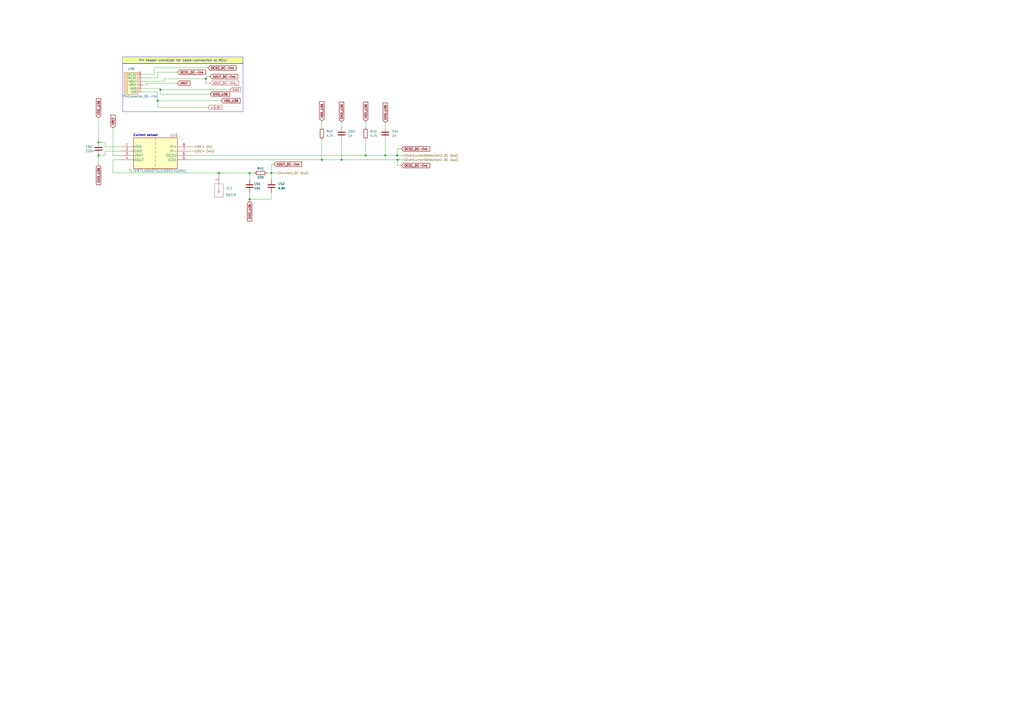
<source format=kicad_sch>
(kicad_sch (version 20231120) (generator "eeschema") (generator_version "8.0")
  (paper "A2")
  (title_block (title "3-phase DC/AC converter with SV-PWM") (date "2023-03-16") (rev "V. 1.1") (comment 1 "Ingrid Hovland") (comment 2 "Eirik Skorve Haugland") (comment 3 "Marius Englund"))
  (lib_symbols
    (symbol "Device:C" (pin_numbers hide) (pin_names (offset 0.254))
      (property "Reference" "C" (at 0.635 2.54 0))
      (property "Value" "C" (at 0.635 -2.54 0))
      (symbol "C_0_1"
        (polyline (pts (xy -2.032 -0.762) (xy 2.032 -0.762)) (stroke (width 0.508)))
        (polyline (pts (xy -2.032 0.762) (xy 2.032 0.762)) (stroke (width 0.508)))
      )
      (symbol "C_1_1"
        (pin passive line (at 0 3.81 270) (length 2.794) (name "~") (number "1"))
        (pin passive line (at 0 -3.81 90) (length 2.794) (name "~") (number "2"))
      )
    )
    (symbol "Device:R" (pin_numbers hide) (pin_names (offset 0))
      (property "Reference" "R" (at 2.032 0 90))
      (property "Value" "R" (at 0 0 90))
      (symbol "R_0_1"
        (rectangle (start -1.016 -2.54) (end 1.016 2.54) (stroke (width 0.254)))
      )
      (symbol "R_1_1"
        (pin passive line (at 0 3.81 270) (length 1.27) (name "~") (number "1"))
        (pin passive line (at 0 -3.81 90) (length 1.27) (name "~") (number "2"))
      )
    )
    (symbol "Keystone-5019:5019" (pin_names (offset 0.254) hide)
      (property "Reference" "J" (at 8.89 6.35 0))
      (property "Value" "5019" (at 10.16 0 0))
      (symbol "5019_1_1"
        (polyline (pts (xy 5.08 -2.54) (xy 12.7 -2.54)) (stroke (width 0.127)))
        (polyline (pts (xy 5.08 2.54) (xy 5.08 -2.54)) (stroke (width 0.127)))
        (polyline (pts (xy 10.16 0) (xy 5.08 0)) (stroke (width 0.127)))
        (polyline (pts (xy 10.16 0) (xy 8.89 -0.8382)) (stroke (width 0.127)))
        (polyline (pts (xy 10.16 0) (xy 8.89 0.8382)) (stroke (width 0.127)))
        (polyline (pts (xy 12.7 -2.54) (xy 12.7 2.54)) (stroke (width 0.127)))
        (polyline (pts (xy 12.7 2.54) (xy 5.08 2.54)) (stroke (width 0.127)))
        (pin unspecified line (at 0 0 0) (length 5.08) (name "1") (number "1"))
      )
    )
    (symbol "Symbolbibliotek_hovedprosjekt:Strømsensor_PinHeaderConnector"
      (property "Reference" "U" (at 7.112 0.508 0))
      (symbol "Strømsensor_PinHeaderConnector_0_1"
        (circle (center -5.08 -5.334) (radius 0.7184))
        (circle (center -3.048 -5.334) (radius 0.7184))
        (circle (center -1.016 -5.334) (radius 0.7184))
        (circle (center 1.016 -5.334) (radius 0.7184))
        (circle (center 3.048 -5.334) (radius 0.7184))
        (circle (center 5.08 -5.334) (radius 0.7184))
      )
      (symbol "Strømsensor_PinHeaderConnector_1_1"
        (rectangle (start -6.35 1.27) (end 6.35 -6.604) (fill (type background)))
        (pin input line (at 5.08 3.81 270) (length 2.54) (name "VDD") (number "1"))
        (pin input line (at 3.048 3.81 270) (length 2.54) (name "GND") (number "2"))
        (pin input line (at 1.016 3.81 270) (length 2.54) (name "VREF") (number "3"))
        (pin input line (at -1.016 3.81 270) (length 2.54) (name "AOUT") (number "4"))
        (pin input line (at -3.048 3.81 270) (length 2.54) (name "OCD1") (number "5"))
        (pin input line (at -5.08 3.81 270) (length 2.54) (name "OCD2") (number "6"))
      )
    )
    (symbol "TLI4971A050T5UE0001XUMA1:TLI4971A050T5UE0001XUMA1" (pin_names (offset 0.254))
      (property "Reference" "U16" (at 10.16 6.35 0))
      (property "Value" "TLI4971A050T5UE0001XUMA1" (at 21.59 -13.97 0))
      (symbol "TLI4971A050T5UE0001XUMA1_0_1"
        (polyline (pts (xy 20.32 -10.16) (xy 20.32 -11.43)))
        (polyline (pts (xy 20.32 -7.62) (xy 20.32 -8.89)))
        (polyline (pts (xy 20.32 -5.08) (xy 20.32 -6.35)))
        (polyline (pts (xy 20.32 -2.54) (xy 20.32 -3.81)))
        (polyline (pts (xy 20.32 0) (xy 20.32 -1.27)))
        (polyline (pts (xy 20.32 2.54) (xy 20.32 1.27)))
        (polyline (pts (xy 20.32 5.08) (xy 20.32 3.81)))
        (rectangle (start 7.62 5.08) (end 33.02 -12.7) (fill (type background)))
      )
      (symbol "TLI4971A050T5UE0001XUMA1_1_1"
        (polyline (pts (xy 7.62 -12.7) (xy 33.02 -12.7)) (stroke (width 0.127)))
        (polyline (pts (xy 7.62 5.08) (xy 7.62 -12.7)) (stroke (width 0.127)))
        (polyline (pts (xy 33.02 -12.7) (xy 33.02 5.08)) (stroke (width 0.127)))
        (polyline (pts (xy 33.02 5.08) (xy 7.62 5.08)) (stroke (width 0.127)))
        (pin unspecified line (at 0 0 0) (length 7.62) (name "VDD") (number "1"))
        (pin unspecified line (at 0 -2.54 0) (length 7.62) (name "GND") (number "2"))
        (pin unspecified line (at 0 -5.08 0) (length 7.62) (name "VREF") (number "3"))
        (pin unspecified line (at 0 -7.62 0) (length 7.62) (name "AOUT") (number "4"))
        (pin unspecified line (at 40.64 -7.62 180) (length 7.62) (name "ICD1") (number "5"))
        (pin unspecified line (at 40.64 -5.08 180) (length 7.62) (name "OCD2") (number "6"))
        (pin unspecified line (at 40.64 -2.54 180) (length 7.62) (name "IP-") (number "7"))
        (pin unspecified line (at 40.64 0 180) (length 7.62) (name "IP+") (number "8"))
      )
    )
  )
  (junction (at 186.69 92.71))
  (junction (at 144.78 100.33))
  (junction (at 119.38 45.72))
  (junction (at 198.12 92.71))
  (junction (at 223.52 90.17))
  (junction (at 157.48 100.33))
  (junction (at 127 100.33))
  (junction (at 57.15 82.55))
  (junction (at 212.09 90.17))
  (junction (at 230.378 90.17))
  (junction (at 57.15 90.17))
  (junction (at 230.632 92.71))
  (junction (at 144.78 115.57))
  (junction (at 92.964 52.07))
  (junction (at 91.44 58.42))
  (wire (pts (xy 157.48 100.33) (xy 157.48 104.14)))
  (wire (pts (xy 119.38 44.45) (xy 119.38 45.72)))
  (wire (pts (xy 144.78 115.57) (xy 144.78 111.76)))
  (wire (pts (xy 60.96 82.55) (xy 60.96 85.09)))
  (wire (pts (xy 186.69 92.71) (xy 198.12 92.71)))
  (wire (pts (xy 92.964 52.07) (xy 133.35 52.07)))
  (wire (pts (xy 230.632 92.71) (xy 230.632 96.012)))
  (wire (pts (xy 223.52 90.17) (xy 230.378 90.17)))
  (wire (pts (xy 85.09 49.276) (xy 85.09 48.26)))
  (wire (pts (xy 82.55 43.18) (xy 89.408 43.18)))
  (wire (pts (xy 82.55 51.308) (xy 92.964 51.308)))
  (wire (pts (xy 110.49 92.71) (xy 186.69 92.71)))
  (wire (pts (xy 57.15 68.326) (xy 57.15 82.55)))
  (wire (pts (xy 85.09 48.26) (xy 102.87 48.26)))
  (wire (pts (xy 57.15 90.17) (xy 60.96 90.17)))
  (wire (pts (xy 65.532 90.17) (xy 69.85 90.17)))
  (wire (pts (xy 110.49 87.63) (xy 113.03 87.63)))
  (wire (pts (xy 65.532 74.168) (xy 65.532 90.17)))
  (wire (pts (xy 144.78 100.33) (xy 144.78 104.14)))
  (wire (pts (xy 95.25 45.72) (xy 95.25 47.244)))
  (wire (pts (xy 230.378 86.36) (xy 230.378 90.17)))
  (wire (pts (xy 91.44 45.212) (xy 91.44 41.91)))
  (wire (pts (xy 119.38 44.45) (xy 121.92 44.45)))
  (wire (pts (xy 127 100.33) (xy 144.78 100.33)))
  (wire (pts (xy 65.532 92.71) (xy 69.85 92.71)))
  (wire (pts (xy 212.09 81.28) (xy 212.09 90.17)))
  (wire (pts (xy 121.92 48.26) (xy 119.38 48.26)))
  (wire (pts (xy 186.69 81.28) (xy 186.69 92.71)))
  (wire (pts (xy 60.96 90.17) (xy 60.96 87.63)))
  (wire (pts (xy 82.55 45.212) (xy 91.44 45.212)))
  (wire (pts (xy 65.532 100.33) (xy 127 100.33)))
  (wire (pts (xy 60.96 87.63) (xy 69.85 87.63)))
  (wire (pts (xy 95.25 45.72) (xy 119.38 45.72)))
  (wire (pts (xy 212.09 70.358) (xy 212.09 73.66)))
  (wire (pts (xy 232.918 96.012) (xy 230.632 96.012)))
  (wire (pts (xy 92.964 54.61) (xy 92.964 52.07)))
  (wire (pts (xy 144.78 100.33) (xy 147.32 100.33)))
  (wire (pts (xy 91.44 62.23) (xy 120.65 62.23)))
  (wire (pts (xy 89.408 43.18) (xy 89.408 39.37)))
  (wire (pts (xy 157.48 115.57) (xy 144.78 115.57)))
  (wire (pts (xy 127 101.6) (xy 127 100.33)))
  (wire (pts (xy 85.09 49.276) (xy 82.55 49.276)))
  (wire (pts (xy 186.69 69.85) (xy 186.69 73.66)))
  (wire (pts (xy 223.52 71.12) (xy 223.52 73.66)))
  (wire (pts (xy 154.94 100.33) (xy 157.48 100.33)))
  (wire (pts (xy 212.09 90.17) (xy 223.52 90.17)))
  (wire (pts (xy 89.408 39.37) (xy 120.65 39.37)))
  (wire (pts (xy 232.918 86.36) (xy 230.378 86.36)))
  (wire (pts (xy 198.12 92.71) (xy 230.632 92.71)))
  (wire (pts (xy 65.532 100.33) (xy 65.532 92.71)))
  (wire (pts (xy 91.44 62.23) (xy 91.44 58.42)))
  (wire (pts (xy 198.12 70.612) (xy 198.12 73.66)))
  (wire (pts (xy 121.92 54.61) (xy 92.964 54.61)))
  (wire (pts (xy 157.48 95.25) (xy 159.004 95.25)))
  (wire (pts (xy 157.48 111.76) (xy 157.48 115.57)))
  (wire (pts (xy 110.49 90.17) (xy 212.09 90.17)))
  (wire (pts (xy 91.44 58.42) (xy 128.27 58.42)))
  (wire (pts (xy 110.49 85.09) (xy 113.03 85.09)))
  (wire (pts (xy 223.52 81.28) (xy 223.52 90.17)))
  (wire (pts (xy 91.44 41.91) (xy 102.87 41.91)))
  (wire (pts (xy 57.15 82.55) (xy 60.96 82.55)))
  (wire (pts (xy 60.96 85.09) (xy 69.85 85.09)))
  (wire (pts (xy 95.25 47.244) (xy 82.55 47.244)))
  (wire (pts (xy 144.78 115.57) (xy 144.78 116.84)))
  (wire (pts (xy 157.48 100.33) (xy 161.29 100.33)))
  (wire (pts (xy 230.632 92.71) (xy 233.68 92.71)))
  (wire (pts (xy 91.44 58.42) (xy 91.44 53.34)))
  (wire (pts (xy 119.38 48.26) (xy 119.38 45.72)))
  (wire (pts (xy 57.15 90.17) (xy 57.15 95.758)))
  (wire (pts (xy 198.12 81.28) (xy 198.12 92.71)))
  (wire (pts (xy 230.378 90.17) (xy 233.68 90.17)))
  (wire (pts (xy 91.44 53.34) (xy 82.55 53.34)))
  (wire (pts (xy 92.964 51.308) (xy 92.964 52.07)))
  (wire (pts (xy 157.48 95.25) (xy 157.48 100.33)))
  (rectangle (start 71.12 36.83) (end 140.97 64.77))
  (text_box "Pin header connector for cable-connection to MCU:\n" (at 71.12 33.02 0) (size 69.85 3.81) (fill (type color) (color 243 255 147 1)) (effects (font (size 1.27 1.27))))
  (text "Current sensor\n" (at 77.216 79.248 0) (effects (font (size 1.27 1.27) (thickness 0.254) (bold yes)) (justify left bottom)))
  (global_label "OCD1_DC-link" (shape input) (at 232.918 96.012 0) (effects (font (bold yes))) (property "Intersheetrefs" "${INTERSHEET_REFS}" (effects (hide yes))))
  (global_label "+3.3V" (shape input) (at 120.65 62.23 0) (property "Intersheetrefs" "${INTERSHEET_REFS}" (effects (hide yes))))
  (global_label "AOUT_DC-link" (shape input) (at 159.004 95.25 0) (effects (font (bold yes))) (property "Intersheetrefs" "${INTERSHEET_REFS}" (effects (hide yes))))
  (global_label "GND_U36" (shape input) (at 57.15 95.758 270) (effects (font (bold yes))) (property "Intersheetrefs" "${INTERSHEET_REFS}" (effects (hide yes))))
  (global_label "GND_U36" (shape input) (at 144.78 116.84 270) (effects (font (bold yes))) (property "Intersheetrefs" "${INTERSHEET_REFS}" (effects (hide yes))))
  (global_label "AOUT_DC-link_" (shape input) (at 121.92 48.26 0) (property "Intersheetrefs" "${INTERSHEET_REFS}" (effects (hide yes))))
  (global_label "GND_U36" (shape input) (at 121.92 54.61 0) (effects (font (bold yes))) (property "Intersheetrefs" "${INTERSHEET_REFS}" (effects (hide yes))))
  (global_label "GND" (shape input) (at 133.35 52.07 0) (property "Intersheetrefs" "${INTERSHEET_REFS}" (effects (hide yes))))
  (global_label "OCD1_DC-link" (shape input) (at 102.87 41.91 0) (effects (font (bold yes))) (property "Intersheetrefs" "${INTERSHEET_REFS}" (effects (hide yes))))
  (global_label "VDD_U36" (shape input) (at 212.09 70.358 90) (effects (font (bold yes))) (property "Intersheetrefs" "${INTERSHEET_REFS}" (effects (hide yes))))
  (global_label "GND_U36" (shape input) (at 198.12 70.612 90) (effects (font (bold yes))) (property "Intersheetrefs" "${INTERSHEET_REFS}" (effects (hide yes))))
  (global_label "OCD2_DC-link" (shape input) (at 120.65 39.37 0) (effects (font (bold yes))) (property "Intersheetrefs" "${INTERSHEET_REFS}" (effects (hide yes))))
  (global_label "VDD_U36" (shape input) (at 186.69 70.104 90) (effects (font (bold yes))) (property "Intersheetrefs" "${INTERSHEET_REFS}" (effects (hide yes))))
  (global_label "VDD_U36" (shape input) (at 128.27 58.42 0) (effects (font (bold yes))) (property "Intersheetrefs" "${INTERSHEET_REFS}" (effects (hide yes))))
  (global_label "OCD2_DC-link" (shape input) (at 232.918 86.36 0) (effects (font (bold yes))) (property "Intersheetrefs" "${INTERSHEET_REFS}" (effects (hide yes))))
  (global_label "AOUT_DC-link" (shape input) (at 121.92 44.45 0) (effects (font (bold yes))) (property "Intersheetrefs" "${INTERSHEET_REFS}" (effects (hide yes))))
  (global_label "VREF" (shape input) (at 102.87 48.26 0) (effects (font (bold yes))) (property "Intersheetrefs" "${INTERSHEET_REFS}" (effects (hide yes))))
  (global_label "VDD_U36" (shape input) (at 57.15 68.326 90) (effects (font (bold yes))) (property "Intersheetrefs" "${INTERSHEET_REFS}" (effects (hide yes))))
  (global_label "VREF" (shape input) (at 65.532 74.168 90) (effects (font (bold yes))) (property "Intersheetrefs" "${INTERSHEET_REFS}" (effects (hide yes))))
  (global_label "GND_U36" (shape input) (at 223.52 71.12 90) (effects (font (bold yes))) (property "Intersheetrefs" "${INTERSHEET_REFS}" (effects (hide yes))))
  (hierarchical_label "DC+ (in)" (shape input) (at 113.03 85.09 0) (effects (font (italic yes))))
  (hierarchical_label "OverCurrentDetection1 DC (out)" (shape input) (at 233.68 92.71 0) (effects (font (italic yes))))
  (hierarchical_label "current_DC (out)" (shape input) (at 161.29 100.33 0) (effects (font (italic yes))))
  (hierarchical_label "OverCurrentDetection2 DC (out)" (shape input) (at 233.68 90.17 0) (effects (font (italic yes))))
  (hierarchical_label "DC+ (out)" (shape input) (at 113.03 87.63 0) (effects (font (italic yes))))
  (symbol (lib_id "Device:C") (at 144.78 107.95 0) (unit 1)
    (property "Reference" "C51" (at 147.32 106.68 0) (effects (justify left)))
    (property "Value" "15n" (at 147.32 109.22 0) (effects (justify left)))
    (property "Footprint" "Capacitor_SMD:C_1206_3216Metric_Pad1.33x1.80mm_HandSolder" (effects (hide yes)))
  )
  (symbol (lib_id "Keystone-5019:5019") (at 127 101.6 270) (unit 1)
    (property "Reference" "J11" (at 130.81 109.22 90) (effects (font (size 1.524 1.524)) (justify left)))
    (property "Value" "5019" (at 130.81 113.03 90) (effects (font (size 1.524 1.524)) (justify left)))
    (property "Footprint" "SVPWM-LIB-footprints:Keystone-5019" (effects (hide yes)))
  )
  (symbol (lib_id "Device:C") (at 198.12 77.47 0) (unit 1)
    (property "Reference" "C53" (at 201.93 76.1999 0) (effects (justify left)))
    (property "Value" "1n" (at 201.93 78.7399 0) (effects (justify left)))
    (property "Footprint" "Capacitor_SMD:C_1206_3216Metric_Pad1.33x1.80mm_HandSolder" (effects (hide yes)))
  )
  (symbol (lib_id "Device:R") (at 151.13 100.33 90) (unit 1)
    (property "Reference" "R41" (at 151.13 97.79 90))
    (property "Value" "220" (at 151.13 102.87 90))
    (property "Footprint" "Resistor_SMD:R_1206_3216Metric_Pad1.30x1.75mm_HandSolder" (effects (hide yes)))
  )
  (symbol (lib_id "Device:C") (at 157.48 107.95 0) (unit 1)
    (property "Reference" "C52" (at 161.29 106.68 0) (effects (justify left)))
    (property "Value" "6.8n" (at 161.29 109.2199 0) (effects (justify left)))
    (property "Footprint" "Capacitor_SMD:C_1206_3216Metric_Pad1.33x1.80mm_HandSolder" (effects (hide yes)))
  )
  (symbol (lib_id "Symbolbibliotek_hovedprosjekt:Strømsensor_PinHeaderConnector") (at 78.74 48.26 270) (unit 1)
    (property "Reference" "U36" (at 76.073 39.878 90))
    (property "Value" "PinConector_DC-link" (at 81.28 55.88 90))
    (property "Footprint" "FootprintLib_ErlingOgHaraldV24:6PinHeaderConnector_Strømsensor" (effects (hide yes)))
  )
  (symbol (lib_id "Device:R") (at 212.09 77.47 0) (unit 1)
    (property "Reference" "R43" (at 214.63 76.1999 0) (effects (justify left)))
    (property "Value" "4.7k" (at 214.63 78.7399 0) (effects (justify left)))
    (property "Footprint" "Resistor_SMD:R_1206_3216Metric_Pad1.30x1.75mm_HandSolder" (effects (hide yes)))
  )
  (symbol (lib_id "Device:C") (at 57.15 86.36 180) (unit 1)
    (property "Reference" "C50" (at 49.53 85.09 0) (effects (justify right)))
    (property "Value" "220n" (at 49.53 87.63 0) (effects (justify right)))
    (property "Footprint" "Capacitor_SMD:C_1206_3216Metric_Pad1.33x1.80mm_HandSolder" (effects (hide yes)))
  )
  (symbol (lib_id "TLI4971A050T5UE0001XUMA1:TLI4971A050T5UE0001XUMA1") (at 69.85 85.09 0) (unit 1)
    (property "Reference" "U16" (at 100.838 78.486 0) (effects (font (size 1.524 1.524))))
    (property "Value" "TLI4971A050T5UE0001XUMA1" (at 91.44 99.06 0) (effects (font (size 1.524 1.524))))
    (property "Footprint" "SVPWM-LIB-footprints:TLI4971A050T5UE0001XUMA1" (effects (hide yes)))
  )
  (symbol (lib_id "Device:C") (at 223.52 77.47 0) (unit 1)
    (property "Reference" "C54" (at 227.33 76.1999 0) (effects (justify left)))
    (property "Value" "1n" (at 227.33 78.7399 0) (effects (justify left)))
    (property "Footprint" "Capacitor_SMD:C_1206_3216Metric_Pad1.33x1.80mm_HandSolder" (effects (hide yes)))
  )
  (symbol (lib_id "Device:R") (at 186.69 77.47 0) (unit 1)
    (property "Reference" "R42" (at 189.23 76.1999 0) (effects (justify left)))
    (property "Value" "4.7k" (at 189.23 78.7399 0) (effects (justify left)))
    (property "Footprint" "Resistor_SMD:R_1206_3216Metric_Pad1.30x1.75mm_HandSolder" (effects (hide yes)))
  )
)
</source>
